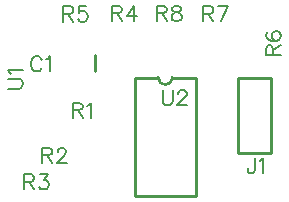
<source format=gbr>
G04 DipTrace 3.1.0.0*
G04 TopSilk.gbr*
%MOMM*%
G04 #@! TF.FileFunction,Legend,Top*
G04 #@! TF.Part,Single*
%ADD10C,0.25*%
%ADD40C,0.19608*%
%FSLAX35Y35*%
G04*
G71*
G90*
G75*
G01*
G04 TopSilk*
%LPD*%
X1867447Y2385937D2*
D10*
Y2256037D1*
X3076563Y1555943D2*
X3351563D1*
Y2195943D1*
X3076563D1*
Y1555943D1*
X2720511Y2198500D2*
Y1198500D1*
X2200489D2*
X2720511D1*
X2200489Y2198500D2*
Y1198500D1*
Y2198500D2*
X2400490D1*
X2720511D2*
X2520510D1*
X2400490D2*
G03X2520510Y2198500I60010J10D01*
G01*
X1413355Y2347627D2*
D40*
X1407319Y2359700D1*
X1395105Y2371913D1*
X1383032Y2377950D1*
X1358746D1*
X1346532Y2371913D1*
X1334459Y2359700D1*
X1328282Y2347627D1*
X1322246Y2329377D1*
Y2298913D1*
X1328282Y2280804D1*
X1334459Y2268590D1*
X1346532Y2256517D1*
X1358746Y2250340D1*
X1383032D1*
X1395105Y2256517D1*
X1407319Y2268590D1*
X1413355Y2280804D1*
X1452571Y2353523D2*
X1464784Y2359700D1*
X1483034Y2377810D1*
Y2250340D1*
X3218117Y1514833D2*
Y1417687D1*
X3212080Y1399437D1*
X3205904Y1393401D1*
X3193830Y1387224D1*
X3181617D1*
X3169544Y1393401D1*
X3163507Y1399437D1*
X3157330Y1417687D1*
Y1429760D1*
X3257333Y1490406D2*
X3269546Y1496583D1*
X3287796Y1514693D1*
Y1387224D1*
X1674134Y1922660D2*
X1728744D1*
X1746994Y1928837D1*
X1753170Y1934874D1*
X1759207Y1946947D1*
Y1959160D1*
X1753170Y1971233D1*
X1746994Y1977410D1*
X1728744Y1983447D1*
X1674134D1*
Y1855837D1*
X1716670Y1922660D2*
X1759207Y1855837D1*
X1798423Y1959020D2*
X1810636Y1965197D1*
X1828886Y1983306D1*
Y1855837D1*
X1417302Y1541660D2*
X1471912D1*
X1490162Y1547837D1*
X1496339Y1553874D1*
X1502375Y1565947D1*
Y1578160D1*
X1496339Y1590233D1*
X1490162Y1596410D1*
X1471912Y1602447D1*
X1417302D1*
Y1474837D1*
X1459839Y1541660D2*
X1502375Y1474837D1*
X1547768Y1571983D2*
Y1578020D1*
X1553805Y1590233D1*
X1559841Y1596270D1*
X1572055Y1602306D1*
X1596341D1*
X1608414Y1596270D1*
X1614451Y1590233D1*
X1620628Y1578020D1*
Y1565947D1*
X1614451Y1553733D1*
X1602378Y1535624D1*
X1541591Y1474837D1*
X1626664D1*
X1264529Y1317930D2*
X1319139D1*
X1337389Y1324107D1*
X1343566Y1330144D1*
X1349602Y1342217D1*
Y1354430D1*
X1343566Y1366503D1*
X1337389Y1372680D1*
X1319139Y1378717D1*
X1264529D1*
Y1251107D1*
X1307066Y1317930D2*
X1349602Y1251107D1*
X1401031Y1378576D2*
X1467714D1*
X1431354Y1330003D1*
X1449604D1*
X1461677Y1323967D1*
X1467714Y1317930D1*
X1473891Y1299680D1*
Y1287607D1*
X1467714Y1269357D1*
X1455641Y1257144D1*
X1437391Y1251107D1*
X1419141D1*
X1401031Y1257144D1*
X1394995Y1263320D1*
X1388818Y1275394D1*
X2008861Y2744713D2*
X2063470D1*
X2081720Y2750890D1*
X2087897Y2756927D1*
X2093934Y2769000D1*
Y2781213D1*
X2087897Y2793286D1*
X2081720Y2799463D1*
X2063470Y2805500D1*
X2008861D1*
Y2677890D1*
X2051397Y2744713D2*
X2093934Y2677890D1*
X2193936D2*
Y2805360D1*
X2133150Y2720427D1*
X2224259D1*
X1595332Y2739893D2*
X1649942D1*
X1668192Y2746070D1*
X1674369Y2752107D1*
X1680405Y2764180D1*
Y2776393D1*
X1674369Y2788466D1*
X1668192Y2794643D1*
X1649942Y2800680D1*
X1595332D1*
Y2673070D1*
X1637869Y2739893D2*
X1680405Y2673070D1*
X1792481Y2800540D2*
X1731835D1*
X1725798Y2745930D1*
X1731835Y2751966D1*
X1750085Y2758143D1*
X1768194D1*
X1786444Y2751966D1*
X1798658Y2739893D1*
X1804694Y2721643D1*
Y2709570D1*
X1798658Y2691320D1*
X1786444Y2679107D1*
X1768194Y2673070D1*
X1750085D1*
X1731835Y2679107D1*
X1725798Y2685284D1*
X1719621Y2697357D1*
X3371760Y2387018D2*
Y2441627D1*
X3365583Y2459877D1*
X3359547Y2466054D1*
X3347474Y2472091D1*
X3335260D1*
X3323187Y2466054D1*
X3317010Y2459877D1*
X3310973Y2441627D1*
Y2387018D1*
X3438583D1*
X3371760Y2429554D2*
X3438583Y2472091D1*
X3329224Y2584166D2*
X3317150Y2578130D1*
X3311114Y2559880D1*
Y2547806D1*
X3317150Y2529557D1*
X3335400Y2517343D1*
X3365724Y2511306D1*
X3396047D1*
X3420333Y2517343D1*
X3432547Y2529556D1*
X3438583Y2547806D1*
Y2553843D1*
X3432547Y2571952D1*
X3420333Y2584166D1*
X3402083Y2590203D1*
X3396047D1*
X3377797Y2584166D1*
X3365724Y2571953D1*
X3359687Y2553843D1*
Y2547806D1*
X3365724Y2529556D1*
X3377797Y2517343D1*
X3396047Y2511306D1*
X2780666Y2740463D2*
X2835275D1*
X2853525Y2746640D1*
X2859702Y2752677D1*
X2865739Y2764750D1*
Y2776963D1*
X2859702Y2789036D1*
X2853525Y2795213D1*
X2835275Y2801250D1*
X2780666D1*
Y2673640D1*
X2823202Y2740463D2*
X2865739Y2673640D1*
X2929241D2*
X2990028Y2801110D1*
X2904955D1*
X2389693Y2744143D2*
X2444302D1*
X2462552Y2750320D1*
X2468729Y2756357D1*
X2474766Y2768430D1*
Y2780643D1*
X2468729Y2792716D1*
X2462552Y2798893D1*
X2444302Y2804930D1*
X2389693D1*
Y2677320D1*
X2432229Y2744143D2*
X2474766Y2677320D1*
X2544304Y2804790D2*
X2526195Y2798753D1*
X2520018Y2786680D1*
Y2774466D1*
X2526195Y2762393D1*
X2538268Y2756216D1*
X2562554Y2750180D1*
X2580804Y2744143D1*
X2592878Y2731930D1*
X2598914Y2719857D1*
Y2701607D1*
X2592878Y2689534D1*
X2586841Y2683357D1*
X2568591Y2677320D1*
X2544304D1*
X2526195Y2683357D1*
X2520018Y2689534D1*
X2513981Y2701607D1*
Y2719857D1*
X2520018Y2731930D1*
X2532231Y2744143D1*
X2550341Y2750180D1*
X2574628Y2756216D1*
X2586841Y2762393D1*
X2592878Y2774466D1*
Y2786680D1*
X2586841Y2798753D1*
X2568591Y2804790D1*
X2544304D1*
X1128270Y2104908D2*
X1219380D1*
X1237630Y2110944D1*
X1249703Y2123158D1*
X1255880Y2141407D1*
Y2153480D1*
X1249703Y2171730D1*
X1237630Y2183944D1*
X1219380Y2189980D1*
X1128270Y2189981D1*
X1152697Y2229196D2*
X1146520Y2241410D1*
X1128411Y2259660D1*
X1255880Y2259659D1*
X2436579Y2091203D2*
Y2000094D1*
X2442616Y1981844D1*
X2454829Y1969771D1*
X2473079Y1963594D1*
X2485152D1*
X2503402Y1969771D1*
X2515616Y1981844D1*
X2521652Y2000094D1*
Y2091203D1*
X2567045Y2060740D2*
Y2066776D1*
X2573081Y2078990D1*
X2579118Y2085026D1*
X2591331Y2091063D1*
X2615618D1*
X2627691Y2085026D1*
X2633727Y2078990D1*
X2639904Y2066776D1*
Y2054703D1*
X2633727Y2042490D1*
X2621654Y2024380D1*
X2560868Y1963594D1*
X2645941D1*
M02*

</source>
